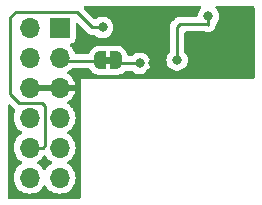
<source format=gbr>
%TF.GenerationSoftware,KiCad,Pcbnew,7.0.8*%
%TF.CreationDate,2024-06-22T11:04:44-04:00*%
%TF.ProjectId,n64amp,6e363461-6d70-42e6-9b69-6361645f7063,rev?*%
%TF.SameCoordinates,Original*%
%TF.FileFunction,Copper,L2,Bot*%
%TF.FilePolarity,Positive*%
%FSLAX46Y46*%
G04 Gerber Fmt 4.6, Leading zero omitted, Abs format (unit mm)*
G04 Created by KiCad (PCBNEW 7.0.8) date 2024-06-22 11:04:44*
%MOMM*%
%LPD*%
G01*
G04 APERTURE LIST*
G04 Aperture macros list*
%AMFreePoly0*
4,1,19,0.500000,-0.750000,0.000000,-0.750000,0.000000,-0.744911,-0.071157,-0.744911,-0.207708,-0.704816,-0.327430,-0.627875,-0.420627,-0.520320,-0.479746,-0.390866,-0.500000,-0.250000,-0.500000,0.250000,-0.479746,0.390866,-0.420627,0.520320,-0.327430,0.627875,-0.207708,0.704816,-0.071157,0.744911,0.000000,0.744911,0.000000,0.750000,0.500000,0.750000,0.500000,-0.750000,0.500000,-0.750000,
$1*%
%AMFreePoly1*
4,1,19,0.000000,0.744911,0.071157,0.744911,0.207708,0.704816,0.327430,0.627875,0.420627,0.520320,0.479746,0.390866,0.500000,0.250000,0.500000,-0.250000,0.479746,-0.390866,0.420627,-0.520320,0.327430,-0.627875,0.207708,-0.704816,0.071157,-0.744911,0.000000,-0.744911,0.000000,-0.750000,-0.500000,-0.750000,-0.500000,0.750000,0.000000,0.750000,0.000000,0.744911,0.000000,0.744911,
$1*%
G04 Aperture macros list end*
%TA.AperFunction,SMDPad,CuDef*%
%ADD10FreePoly0,180.000000*%
%TD*%
%TA.AperFunction,SMDPad,CuDef*%
%ADD11FreePoly1,180.000000*%
%TD*%
%TA.AperFunction,ComponentPad*%
%ADD12R,1.700000X1.700000*%
%TD*%
%TA.AperFunction,ComponentPad*%
%ADD13O,1.700000X1.700000*%
%TD*%
%TA.AperFunction,ViaPad*%
%ADD14C,0.800000*%
%TD*%
%TA.AperFunction,Conductor*%
%ADD15C,0.250000*%
%TD*%
G04 APERTURE END LIST*
%TA.AperFunction,EtchedComponent*%
%TO.C,JP1*%
G36*
X20783600Y-17013200D02*
G01*
X20283600Y-17013200D01*
X20283600Y-16413200D01*
X20783600Y-16413200D01*
X20783600Y-17013200D01*
G37*
%TD.AperFunction*%
%TD*%
D10*
%TO.P,JP1,1,A*%
%TO.N,Net-(JP1-A)*%
X21183600Y-16713200D03*
D11*
%TO.P,JP1,2,B*%
%TO.N,CSYNC_OUT*%
X19883600Y-16713200D03*
%TD*%
D12*
%TO.P,J1,1,Pin_1*%
%TO.N,R_OUT*%
X16426600Y-13944800D03*
D13*
%TO.P,J1,2,Pin_2*%
%TO.N,G_OUT*%
X13886600Y-13944800D03*
%TO.P,J1,3,Pin_3*%
%TO.N,CSYNC_OUT*%
X16426600Y-16484800D03*
%TO.P,J1,4,Pin_4*%
%TO.N,B_OUT*%
X13886600Y-16484800D03*
%TO.P,J1,5,Pin_5*%
%TO.N,GND*%
X16426600Y-19024800D03*
%TO.P,J1,6,Pin_6*%
X13886600Y-19024800D03*
%TO.P,J1,7,Pin_7*%
%TO.N,unconnected-(J1-Pin_7-Pad7)*%
X16426600Y-21564800D03*
%TO.P,J1,8,Pin_8*%
%TO.N,unconnected-(J1-Pin_8-Pad8)*%
X13886600Y-21564800D03*
%TO.P,J1,9,Pin_9*%
%TO.N,unconnected-(J1-Pin_9-Pad9)*%
X16426600Y-24104800D03*
%TO.P,J1,10,Pin_10*%
%TO.N,+5V*%
X13886600Y-24104800D03*
%TO.P,J1,11,Pin_11*%
%TO.N,unconnected-(J1-Pin_11-Pad11)*%
X16426600Y-26644800D03*
%TO.P,J1,12,Pin_12*%
%TO.N,unconnected-(J1-Pin_12-Pad12)*%
X13886600Y-26644800D03*
%TD*%
D14*
%TO.N,+5V*%
X20066000Y-13920100D03*
%TO.N,GND*%
X15105800Y-27965600D03*
X12565800Y-22885600D03*
X30226000Y-12598400D03*
X24044966Y-17746843D03*
X18509400Y-17831000D03*
X17696600Y-22834800D03*
X12464200Y-25425600D03*
X17747400Y-25374800D03*
X24765000Y-14249400D03*
X17645800Y-20421800D03*
X24363557Y-16966230D03*
X15207400Y-25374800D03*
%TO.N,CSYNC_TERM*%
X26372100Y-16705100D03*
X29015800Y-12992700D03*
%TO.N,Net-(JP1-A)*%
X23211900Y-16970900D03*
%TD*%
D15*
%TO.N,+5V*%
X14953400Y-20294800D02*
X15207400Y-20548800D01*
X15207400Y-23901600D02*
X15004200Y-24104800D01*
X15004200Y-24104800D02*
X13886600Y-24104800D01*
X12972200Y-20294800D02*
X14953400Y-20294800D01*
X12692800Y-12598600D02*
X12210200Y-13081200D01*
X19195900Y-13920100D02*
X17874400Y-12598600D01*
X12210200Y-13081200D02*
X12210200Y-19532800D01*
X17874400Y-12598600D02*
X12692800Y-12598600D01*
X20066000Y-13920100D02*
X19195900Y-13920100D01*
X12210200Y-19532800D02*
X12972200Y-20294800D01*
X15207400Y-20548800D02*
X15207400Y-23901600D01*
%TO.N,GND*%
X24765000Y-14249400D02*
X24765000Y-13901200D01*
X19248000Y-12241000D02*
X19220600Y-12268400D01*
X24765000Y-13901200D02*
X23104800Y-12241000D01*
X23104800Y-12241000D02*
X19248000Y-12241000D01*
X16426600Y-19024800D02*
X13886600Y-19024800D01*
%TO.N,CSYNC_TERM*%
X26372100Y-13912300D02*
X26644600Y-13639800D01*
X26372100Y-16705100D02*
X26372100Y-13912300D01*
X26644600Y-13639800D02*
X28974000Y-13639800D01*
X29015800Y-13681600D02*
X29015800Y-12992700D01*
X28974000Y-13639800D02*
X29015800Y-13681600D01*
%TO.N,CSYNC_OUT*%
X19822400Y-16764000D02*
X16705800Y-16764000D01*
X16705800Y-16764000D02*
X16426600Y-16484800D01*
%TO.N,Net-(JP1-A)*%
X23211900Y-16970900D02*
X21329300Y-16970900D01*
X21329300Y-16970900D02*
X21122400Y-16764000D01*
X23211900Y-16970900D02*
X23157400Y-16916400D01*
%TD*%
%TA.AperFunction,Conductor*%
%TO.N,GND*%
G36*
X32879216Y-12135987D02*
G01*
X32924972Y-12188790D01*
X32936178Y-12240303D01*
X32936178Y-18138300D01*
X32916493Y-18205339D01*
X32863689Y-18251094D01*
X32812178Y-18262300D01*
X18254838Y-18262300D01*
X18254632Y-18262259D01*
X18206831Y-18262259D01*
X18204721Y-18262678D01*
X18204600Y-18262800D01*
X18204600Y-28298300D01*
X18184915Y-28365339D01*
X18132111Y-28411094D01*
X18080600Y-28422300D01*
X12156978Y-28422300D01*
X12089939Y-28402615D01*
X12044184Y-28349811D01*
X12032978Y-28298300D01*
X12032978Y-20539530D01*
X12052663Y-20472491D01*
X12105467Y-20426736D01*
X12174625Y-20416792D01*
X12238181Y-20445817D01*
X12244659Y-20451849D01*
X12471394Y-20678584D01*
X12481219Y-20690848D01*
X12481440Y-20690666D01*
X12486410Y-20696673D01*
X12486413Y-20696676D01*
X12486414Y-20696677D01*
X12536851Y-20744041D01*
X12557730Y-20764920D01*
X12563204Y-20769166D01*
X12567642Y-20772956D01*
X12601618Y-20804862D01*
X12618720Y-20814264D01*
X12667982Y-20863808D01*
X12682638Y-20932124D01*
X12671362Y-20975328D01*
X12612699Y-21101130D01*
X12612694Y-21101144D01*
X12551538Y-21329386D01*
X12551536Y-21329396D01*
X12530941Y-21564799D01*
X12530941Y-21564800D01*
X12551536Y-21800203D01*
X12551538Y-21800213D01*
X12612694Y-22028455D01*
X12612696Y-22028459D01*
X12612697Y-22028463D01*
X12712565Y-22242630D01*
X12712567Y-22242634D01*
X12848101Y-22436195D01*
X12848106Y-22436202D01*
X13015197Y-22603293D01*
X13015203Y-22603298D01*
X13200758Y-22733225D01*
X13244383Y-22787802D01*
X13251577Y-22857300D01*
X13220054Y-22919655D01*
X13200758Y-22936375D01*
X13015197Y-23066305D01*
X12848105Y-23233397D01*
X12712565Y-23426969D01*
X12712564Y-23426971D01*
X12612698Y-23641135D01*
X12612694Y-23641144D01*
X12551538Y-23869386D01*
X12551536Y-23869396D01*
X12530941Y-24104799D01*
X12530941Y-24104800D01*
X12551536Y-24340203D01*
X12551538Y-24340213D01*
X12612694Y-24568455D01*
X12612696Y-24568459D01*
X12612697Y-24568463D01*
X12692603Y-24739822D01*
X12712565Y-24782630D01*
X12712567Y-24782634D01*
X12718174Y-24790641D01*
X12848101Y-24976196D01*
X12848106Y-24976202D01*
X13015197Y-25143293D01*
X13015203Y-25143298D01*
X13200758Y-25273225D01*
X13244383Y-25327802D01*
X13251577Y-25397300D01*
X13220054Y-25459655D01*
X13200758Y-25476375D01*
X13015197Y-25606305D01*
X12848105Y-25773397D01*
X12712565Y-25966969D01*
X12712564Y-25966971D01*
X12612698Y-26181135D01*
X12612694Y-26181144D01*
X12551538Y-26409386D01*
X12551536Y-26409396D01*
X12530941Y-26644799D01*
X12530941Y-26644800D01*
X12551536Y-26880203D01*
X12551538Y-26880213D01*
X12612694Y-27108455D01*
X12612696Y-27108459D01*
X12612697Y-27108463D01*
X12616600Y-27116832D01*
X12712565Y-27322630D01*
X12712567Y-27322634D01*
X12820881Y-27477321D01*
X12848105Y-27516201D01*
X13015199Y-27683295D01*
X13111984Y-27751065D01*
X13208765Y-27818832D01*
X13208767Y-27818833D01*
X13208770Y-27818835D01*
X13422937Y-27918703D01*
X13651192Y-27979863D01*
X13839518Y-27996339D01*
X13886599Y-28000459D01*
X13886600Y-28000459D01*
X13886601Y-28000459D01*
X13925834Y-27997026D01*
X14122008Y-27979863D01*
X14350263Y-27918703D01*
X14564430Y-27818835D01*
X14758001Y-27683295D01*
X14925095Y-27516201D01*
X15055025Y-27330642D01*
X15109602Y-27287017D01*
X15179100Y-27279823D01*
X15241455Y-27311346D01*
X15258175Y-27330642D01*
X15388100Y-27516195D01*
X15388105Y-27516201D01*
X15555199Y-27683295D01*
X15651984Y-27751065D01*
X15748765Y-27818832D01*
X15748767Y-27818833D01*
X15748770Y-27818835D01*
X15962937Y-27918703D01*
X16191192Y-27979863D01*
X16379518Y-27996339D01*
X16426599Y-28000459D01*
X16426600Y-28000459D01*
X16426601Y-28000459D01*
X16465834Y-27997026D01*
X16662008Y-27979863D01*
X16890263Y-27918703D01*
X17104430Y-27818835D01*
X17298001Y-27683295D01*
X17465095Y-27516201D01*
X17600635Y-27322630D01*
X17700503Y-27108463D01*
X17761663Y-26880208D01*
X17782259Y-26644800D01*
X17761663Y-26409392D01*
X17700503Y-26181137D01*
X17600635Y-25966971D01*
X17595025Y-25958958D01*
X17465094Y-25773397D01*
X17298002Y-25606306D01*
X17297996Y-25606301D01*
X17112442Y-25476375D01*
X17068817Y-25421798D01*
X17061623Y-25352300D01*
X17093146Y-25289945D01*
X17112442Y-25273225D01*
X17134626Y-25257691D01*
X17298001Y-25143295D01*
X17465095Y-24976201D01*
X17600635Y-24782630D01*
X17700503Y-24568463D01*
X17761663Y-24340208D01*
X17782259Y-24104800D01*
X17761663Y-23869392D01*
X17700503Y-23641137D01*
X17600635Y-23426971D01*
X17465095Y-23233399D01*
X17465094Y-23233397D01*
X17298002Y-23066306D01*
X17297996Y-23066301D01*
X17112442Y-22936375D01*
X17068817Y-22881798D01*
X17061623Y-22812300D01*
X17093146Y-22749945D01*
X17112442Y-22733225D01*
X17134626Y-22717691D01*
X17298001Y-22603295D01*
X17465095Y-22436201D01*
X17600635Y-22242630D01*
X17700503Y-22028463D01*
X17761663Y-21800208D01*
X17782259Y-21564800D01*
X17761663Y-21329392D01*
X17700503Y-21101137D01*
X17600635Y-20886971D01*
X17584417Y-20863808D01*
X17465094Y-20693397D01*
X17298002Y-20526306D01*
X17298001Y-20526305D01*
X17112005Y-20396069D01*
X17068381Y-20341492D01*
X17061188Y-20271993D01*
X17092710Y-20209639D01*
X17112005Y-20192919D01*
X17297682Y-20062905D01*
X17464705Y-19895882D01*
X17600200Y-19702378D01*
X17700029Y-19488292D01*
X17700032Y-19488286D01*
X17757236Y-19274800D01*
X16860286Y-19274800D01*
X16886093Y-19234644D01*
X16926600Y-19096689D01*
X16926600Y-18952911D01*
X16886093Y-18814956D01*
X16860286Y-18774800D01*
X17757236Y-18774800D01*
X17757235Y-18774799D01*
X17700032Y-18561313D01*
X17700029Y-18561307D01*
X17600200Y-18347222D01*
X17600199Y-18347220D01*
X17464713Y-18153726D01*
X17464708Y-18153720D01*
X17297678Y-17986690D01*
X17112005Y-17856679D01*
X17068380Y-17802102D01*
X17061188Y-17732604D01*
X17092710Y-17670249D01*
X17112006Y-17653530D01*
X17125919Y-17643788D01*
X17298001Y-17523295D01*
X17395477Y-17425819D01*
X17456800Y-17392334D01*
X17483158Y-17389500D01*
X18894448Y-17389500D01*
X18961487Y-17409185D01*
X18998763Y-17446461D01*
X19071977Y-17560384D01*
X19076503Y-17567426D01*
X19076505Y-17567428D01*
X19076511Y-17567437D01*
X19142670Y-17643788D01*
X19170657Y-17676087D01*
X19170660Y-17676090D01*
X19279430Y-17770339D01*
X19290736Y-17777605D01*
X19400378Y-17848068D01*
X19400380Y-17848068D01*
X19400384Y-17848071D01*
X19531300Y-17907858D01*
X19669255Y-17948365D01*
X19811711Y-17968847D01*
X19811714Y-17968847D01*
X20383600Y-17968847D01*
X20455561Y-17963700D01*
X20492870Y-17952744D01*
X20545448Y-17948984D01*
X20683600Y-17968847D01*
X20683603Y-17968847D01*
X21255486Y-17968847D01*
X21255489Y-17968847D01*
X21397945Y-17948365D01*
X21535900Y-17907858D01*
X21666816Y-17848071D01*
X21787764Y-17770343D01*
X21787769Y-17770340D01*
X21787766Y-17770343D01*
X21896539Y-17676091D01*
X21896540Y-17676090D01*
X21901602Y-17670249D01*
X21928508Y-17639197D01*
X21987287Y-17601423D01*
X22022221Y-17596400D01*
X22508152Y-17596400D01*
X22575191Y-17616085D01*
X22600300Y-17637426D01*
X22606026Y-17643785D01*
X22606030Y-17643789D01*
X22759165Y-17755048D01*
X22759170Y-17755051D01*
X22932092Y-17832042D01*
X22932097Y-17832044D01*
X23117254Y-17871400D01*
X23117255Y-17871400D01*
X23306544Y-17871400D01*
X23306546Y-17871400D01*
X23491703Y-17832044D01*
X23664630Y-17755051D01*
X23817771Y-17643788D01*
X23944433Y-17503116D01*
X24039079Y-17339184D01*
X24097574Y-17159156D01*
X24117360Y-16970900D01*
X24097574Y-16782644D01*
X24039079Y-16602616D01*
X23944433Y-16438684D01*
X23817771Y-16298012D01*
X23817770Y-16298011D01*
X23664634Y-16186751D01*
X23664629Y-16186748D01*
X23491707Y-16109757D01*
X23491702Y-16109755D01*
X23345901Y-16078765D01*
X23306546Y-16070400D01*
X23117254Y-16070400D01*
X23084797Y-16077298D01*
X22932097Y-16109755D01*
X22932092Y-16109757D01*
X22759170Y-16186748D01*
X22759165Y-16186751D01*
X22606030Y-16298010D01*
X22606026Y-16298014D01*
X22600300Y-16304374D01*
X22540813Y-16341021D01*
X22508152Y-16345400D01*
X22289934Y-16345400D01*
X22222895Y-16325715D01*
X22177140Y-16272911D01*
X22170957Y-16256336D01*
X22136357Y-16138500D01*
X22128232Y-16110830D01*
X22127742Y-16109756D01*
X22068510Y-15980056D01*
X22068497Y-15980033D01*
X21990703Y-15858983D01*
X21990688Y-15858962D01*
X21896543Y-15750313D01*
X21896540Y-15750310D01*
X21787770Y-15656061D01*
X21787764Y-15656057D01*
X21666821Y-15578331D01*
X21666817Y-15578329D01*
X21666816Y-15578329D01*
X21535900Y-15518542D01*
X21437758Y-15489725D01*
X21397942Y-15478034D01*
X21255489Y-15457553D01*
X20683600Y-15457553D01*
X20611640Y-15462699D01*
X20574328Y-15473655D01*
X20521749Y-15477415D01*
X20383600Y-15457553D01*
X19811711Y-15457553D01*
X19811710Y-15457553D01*
X19669258Y-15478034D01*
X19669256Y-15478034D01*
X19531300Y-15518542D01*
X19400384Y-15578329D01*
X19400382Y-15578329D01*
X19279431Y-15656060D01*
X19170660Y-15750308D01*
X19170658Y-15750310D01*
X19076511Y-15858962D01*
X19076496Y-15858983D01*
X18998702Y-15980033D01*
X18998695Y-15980045D01*
X18977530Y-16026392D01*
X18959435Y-16066012D01*
X18913682Y-16118815D01*
X18846642Y-16138500D01*
X17827099Y-16138500D01*
X17760060Y-16118815D01*
X17714305Y-16066011D01*
X17707324Y-16046593D01*
X17700505Y-16021144D01*
X17700504Y-16021143D01*
X17700503Y-16021137D01*
X17600635Y-15806971D01*
X17595024Y-15798958D01*
X17465096Y-15613400D01*
X17430025Y-15578329D01*
X17343167Y-15491471D01*
X17309684Y-15430151D01*
X17314668Y-15360459D01*
X17356539Y-15304525D01*
X17387515Y-15287610D01*
X17518931Y-15238596D01*
X17634146Y-15152346D01*
X17720396Y-15037131D01*
X17770691Y-14902283D01*
X17777100Y-14842673D01*
X17777099Y-13685250D01*
X17796784Y-13618212D01*
X17849587Y-13572457D01*
X17918746Y-13562513D01*
X17982302Y-13591538D01*
X17988776Y-13597566D01*
X18365547Y-13974338D01*
X18695097Y-14303888D01*
X18704922Y-14316151D01*
X18705143Y-14315969D01*
X18710114Y-14321978D01*
X18736117Y-14346395D01*
X18760535Y-14369326D01*
X18781429Y-14390220D01*
X18786911Y-14394473D01*
X18791343Y-14398257D01*
X18825318Y-14430162D01*
X18842876Y-14439814D01*
X18859135Y-14450495D01*
X18874964Y-14462773D01*
X18917738Y-14481282D01*
X18922956Y-14483838D01*
X18963808Y-14506297D01*
X18983216Y-14511280D01*
X19001617Y-14517580D01*
X19020004Y-14525537D01*
X19063388Y-14532408D01*
X19066019Y-14532825D01*
X19071739Y-14534009D01*
X19116881Y-14545600D01*
X19136916Y-14545600D01*
X19156314Y-14547126D01*
X19176094Y-14550259D01*
X19176095Y-14550260D01*
X19176095Y-14550259D01*
X19176096Y-14550260D01*
X19222484Y-14545875D01*
X19228322Y-14545600D01*
X19362252Y-14545600D01*
X19429291Y-14565285D01*
X19454400Y-14586626D01*
X19460126Y-14592985D01*
X19460130Y-14592989D01*
X19613265Y-14704248D01*
X19613270Y-14704251D01*
X19786192Y-14781242D01*
X19786197Y-14781244D01*
X19971354Y-14820600D01*
X19971355Y-14820600D01*
X20160644Y-14820600D01*
X20160646Y-14820600D01*
X20345803Y-14781244D01*
X20518730Y-14704251D01*
X20671871Y-14592988D01*
X20798533Y-14452316D01*
X20893179Y-14288384D01*
X20951674Y-14108356D01*
X20971460Y-13920100D01*
X20951674Y-13731844D01*
X20893179Y-13551816D01*
X20798533Y-13387884D01*
X20671871Y-13247212D01*
X20640060Y-13224100D01*
X20518734Y-13135951D01*
X20518729Y-13135948D01*
X20345807Y-13058957D01*
X20345802Y-13058955D01*
X20187942Y-13025402D01*
X20160646Y-13019600D01*
X19971354Y-13019600D01*
X19956859Y-13022681D01*
X19786197Y-13058955D01*
X19786192Y-13058957D01*
X19613271Y-13135948D01*
X19515385Y-13207066D01*
X19449578Y-13230545D01*
X19381524Y-13214719D01*
X19354819Y-13194428D01*
X18488510Y-12328119D01*
X18455025Y-12266796D01*
X18460009Y-12197104D01*
X18501881Y-12141171D01*
X18567345Y-12116754D01*
X18576186Y-12116438D01*
X28314623Y-12116345D01*
X28381660Y-12136029D01*
X28427416Y-12188832D01*
X28437360Y-12257991D01*
X28408336Y-12321547D01*
X28406772Y-12323317D01*
X28283266Y-12460485D01*
X28188621Y-12624415D01*
X28188618Y-12624422D01*
X28152129Y-12736725D01*
X28130126Y-12804444D01*
X28119739Y-12903263D01*
X28093157Y-12967876D01*
X28035859Y-13007861D01*
X27996420Y-13014300D01*
X26727337Y-13014300D01*
X26711720Y-13012576D01*
X26711693Y-13012862D01*
X26703931Y-13012127D01*
X26634803Y-13014300D01*
X26605250Y-13014300D01*
X26604529Y-13014390D01*
X26598357Y-13015169D01*
X26592545Y-13015626D01*
X26545973Y-13017090D01*
X26545972Y-13017090D01*
X26526729Y-13022681D01*
X26507679Y-13026625D01*
X26487811Y-13029134D01*
X26487809Y-13029135D01*
X26444484Y-13046288D01*
X26438957Y-13048180D01*
X26394210Y-13061181D01*
X26394209Y-13061182D01*
X26376967Y-13071379D01*
X26359499Y-13079937D01*
X26340869Y-13087313D01*
X26340867Y-13087314D01*
X26303176Y-13114698D01*
X26298294Y-13117905D01*
X26258179Y-13141630D01*
X26244008Y-13155800D01*
X26229223Y-13168428D01*
X26213012Y-13180207D01*
X26183309Y-13216110D01*
X26179377Y-13220431D01*
X25988308Y-13411499D01*
X25976051Y-13421320D01*
X25976234Y-13421541D01*
X25970223Y-13426513D01*
X25922872Y-13476936D01*
X25901989Y-13497819D01*
X25901977Y-13497832D01*
X25897721Y-13503317D01*
X25893937Y-13507747D01*
X25862037Y-13541718D01*
X25862036Y-13541720D01*
X25852384Y-13559276D01*
X25841710Y-13575526D01*
X25829429Y-13591361D01*
X25829424Y-13591368D01*
X25810915Y-13634138D01*
X25808345Y-13639384D01*
X25785903Y-13680206D01*
X25780922Y-13699607D01*
X25774621Y-13718010D01*
X25766662Y-13736402D01*
X25766661Y-13736405D01*
X25759371Y-13782427D01*
X25758187Y-13788146D01*
X25746601Y-13833272D01*
X25746600Y-13833282D01*
X25746600Y-13853316D01*
X25745073Y-13872715D01*
X25741940Y-13892494D01*
X25741940Y-13892495D01*
X25746325Y-13938883D01*
X25746600Y-13944721D01*
X25746600Y-16006412D01*
X25726915Y-16073451D01*
X25714750Y-16089384D01*
X25639566Y-16172884D01*
X25544921Y-16336815D01*
X25544918Y-16336822D01*
X25486427Y-16516840D01*
X25486426Y-16516844D01*
X25466640Y-16705100D01*
X25486426Y-16893356D01*
X25486427Y-16893359D01*
X25544918Y-17073377D01*
X25544921Y-17073384D01*
X25639567Y-17237316D01*
X25731290Y-17339184D01*
X25766229Y-17377988D01*
X25919365Y-17489248D01*
X25919370Y-17489251D01*
X26092292Y-17566242D01*
X26092297Y-17566244D01*
X26277454Y-17605600D01*
X26277455Y-17605600D01*
X26466744Y-17605600D01*
X26466746Y-17605600D01*
X26651903Y-17566244D01*
X26824830Y-17489251D01*
X26977971Y-17377988D01*
X27104633Y-17237316D01*
X27199279Y-17073384D01*
X27257774Y-16893356D01*
X27277560Y-16705100D01*
X27257774Y-16516844D01*
X27199279Y-16336816D01*
X27104633Y-16172884D01*
X27029450Y-16089384D01*
X26999220Y-16026392D01*
X26997600Y-16006412D01*
X26997600Y-14389300D01*
X27017285Y-14322261D01*
X27070089Y-14276506D01*
X27121600Y-14265300D01*
X28759438Y-14265300D01*
X28812230Y-14277099D01*
X28820974Y-14281214D01*
X28820979Y-14281214D01*
X28828396Y-14283625D01*
X28828307Y-14283898D01*
X28832330Y-14285136D01*
X28832411Y-14284860D01*
X28839899Y-14287035D01*
X28839904Y-14287037D01*
X28902084Y-14296885D01*
X28908234Y-14297859D01*
X28976204Y-14310826D01*
X28976208Y-14310826D01*
X28976212Y-14310827D01*
X28976215Y-14310826D01*
X28983995Y-14311316D01*
X28983976Y-14311604D01*
X28988183Y-14311802D01*
X28988193Y-14311515D01*
X28995992Y-14311760D01*
X28995994Y-14311759D01*
X28995996Y-14311760D01*
X29064873Y-14305249D01*
X29133938Y-14300904D01*
X29133942Y-14300902D01*
X29141604Y-14299441D01*
X29141658Y-14299725D01*
X29145782Y-14298871D01*
X29145719Y-14298588D01*
X29153320Y-14296888D01*
X29153333Y-14296887D01*
X29218438Y-14273447D01*
X29284241Y-14252067D01*
X29284243Y-14252065D01*
X29291309Y-14248741D01*
X29291432Y-14249003D01*
X29295208Y-14247153D01*
X29295077Y-14246895D01*
X29302024Y-14243355D01*
X29302028Y-14243354D01*
X29359278Y-14204446D01*
X29417677Y-14167386D01*
X29417679Y-14167383D01*
X29423682Y-14162418D01*
X29423867Y-14162641D01*
X29427074Y-14159902D01*
X29426884Y-14159686D01*
X29432736Y-14154526D01*
X29432738Y-14154524D01*
X29478502Y-14102613D01*
X29525862Y-14052182D01*
X29525863Y-14052179D01*
X29530445Y-14045873D01*
X29530679Y-14046043D01*
X29533104Y-14042592D01*
X29532865Y-14042430D01*
X29537247Y-14035981D01*
X29537250Y-14035978D01*
X29568656Y-13974338D01*
X29601997Y-13913692D01*
X29601998Y-13913687D01*
X29604871Y-13906434D01*
X29605139Y-13906540D01*
X29606627Y-13902601D01*
X29606355Y-13902503D01*
X29608996Y-13895166D01*
X29608997Y-13895165D01*
X29624083Y-13827671D01*
X29641300Y-13760619D01*
X29641300Y-13760612D01*
X29642278Y-13752876D01*
X29642561Y-13752911D01*
X29643024Y-13748724D01*
X29642738Y-13748697D01*
X29643471Y-13740936D01*
X29643472Y-13740933D01*
X29642014Y-13694552D01*
X29659583Y-13626931D01*
X29673799Y-13607692D01*
X29748333Y-13524916D01*
X29842979Y-13360984D01*
X29901474Y-13180956D01*
X29921260Y-12992700D01*
X29901474Y-12804444D01*
X29842979Y-12624416D01*
X29748333Y-12460484D01*
X29624814Y-12323303D01*
X29594585Y-12260313D01*
X29603210Y-12190978D01*
X29647951Y-12137312D01*
X29714604Y-12116354D01*
X29716926Y-12116332D01*
X32812177Y-12116303D01*
X32879216Y-12135987D01*
G37*
%TD.AperFunction*%
%TA.AperFunction,Conductor*%
G36*
X15241454Y-24771344D02*
G01*
X15258172Y-24790638D01*
X15388101Y-24976195D01*
X15388105Y-24976201D01*
X15555197Y-25143293D01*
X15555203Y-25143298D01*
X15740758Y-25273225D01*
X15784383Y-25327802D01*
X15791577Y-25397300D01*
X15760054Y-25459655D01*
X15740758Y-25476375D01*
X15555197Y-25606305D01*
X15388105Y-25773397D01*
X15258175Y-25958958D01*
X15203598Y-26002583D01*
X15134100Y-26009777D01*
X15071745Y-25978254D01*
X15055025Y-25958958D01*
X14925094Y-25773397D01*
X14758002Y-25606306D01*
X14757996Y-25606301D01*
X14572442Y-25476375D01*
X14528817Y-25421798D01*
X14521623Y-25352300D01*
X14553146Y-25289945D01*
X14572442Y-25273225D01*
X14594626Y-25257691D01*
X14758001Y-25143295D01*
X14925095Y-24976201D01*
X15055027Y-24790638D01*
X15109600Y-24747016D01*
X15179099Y-24739822D01*
X15241454Y-24771344D01*
G37*
%TD.AperFunction*%
%TA.AperFunction,Conductor*%
G36*
X15967107Y-18814956D02*
G01*
X15926600Y-18952911D01*
X15926600Y-19096689D01*
X15967107Y-19234644D01*
X15992914Y-19274800D01*
X14320286Y-19274800D01*
X14346093Y-19234644D01*
X14386600Y-19096689D01*
X14386600Y-18952911D01*
X14346093Y-18814956D01*
X14320286Y-18774800D01*
X15992914Y-18774800D01*
X15967107Y-18814956D01*
G37*
%TD.AperFunction*%
%TD*%
M02*

</source>
